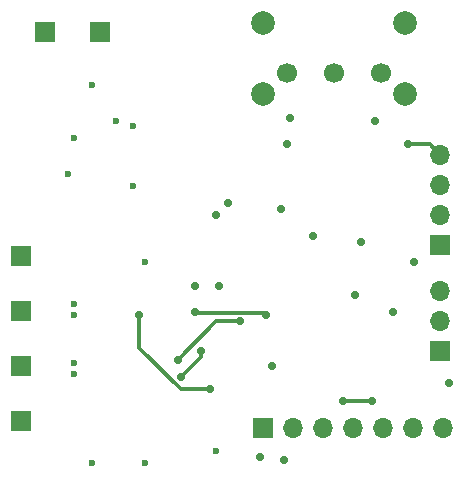
<source format=gbr>
%TF.GenerationSoftware,KiCad,Pcbnew,8.0.5*%
%TF.CreationDate,2025-02-26T14:21:12-03:00*%
%TF.ProjectId,EchoCar_PCB,4563686f-4361-4725-9f50-43422e6b6963,rev?*%
%TF.SameCoordinates,Original*%
%TF.FileFunction,Copper,L4,Bot*%
%TF.FilePolarity,Positive*%
%FSLAX46Y46*%
G04 Gerber Fmt 4.6, Leading zero omitted, Abs format (unit mm)*
G04 Created by KiCad (PCBNEW 8.0.5) date 2025-02-26 14:21:12*
%MOMM*%
%LPD*%
G01*
G04 APERTURE LIST*
%TA.AperFunction,ComponentPad*%
%ADD10R,1.700000X1.700000*%
%TD*%
%TA.AperFunction,ComponentPad*%
%ADD11O,1.700000X1.700000*%
%TD*%
%TA.AperFunction,ComponentPad*%
%ADD12C,2.000000*%
%TD*%
%TA.AperFunction,ComponentPad*%
%ADD13C,1.700000*%
%TD*%
%TA.AperFunction,ViaPad*%
%ADD14C,0.600000*%
%TD*%
%TA.AperFunction,ViaPad*%
%ADD15C,0.700000*%
%TD*%
%TA.AperFunction,Conductor*%
%ADD16C,0.300000*%
%TD*%
G04 APERTURE END LIST*
D10*
%TO.P,J3,1,Pin_1*%
%TO.N,GND*%
X150000000Y-78540000D03*
D11*
%TO.P,J3,2,Pin_2*%
%TO.N,+3.3V*%
X150000000Y-76000000D03*
%TO.P,J3,3,Pin_3*%
%TO.N,UART_RX*%
X150000000Y-73460000D03*
%TD*%
D10*
%TO.P,J2,1,Pin_1*%
%TO.N,GND*%
X135000000Y-85000000D03*
D11*
%TO.P,J2,2,Pin_2*%
%TO.N,+3.3V*%
X137540000Y-85000000D03*
%TO.P,J2,3,Pin_3*%
%TO.N,DISP_SCK*%
X140080000Y-85000000D03*
%TO.P,J2,4,Pin_4*%
%TO.N,DISP_SDA*%
X142620000Y-85000000D03*
%TO.P,J2,5,Pin_5*%
%TO.N,DISP_RES*%
X145160000Y-85000000D03*
%TO.P,J2,6,Pin_6*%
%TO.N,DISP_DC*%
X147700000Y-85000000D03*
%TO.P,J2,7,Pin_7*%
%TO.N,DISP_CS*%
X150240000Y-85000000D03*
%TD*%
D10*
%TO.P,H4,1,1*%
%TO.N,Net-(U3-OUTB2)*%
X114500000Y-70500000D03*
%TD*%
D12*
%TO.P,SW1,*%
%TO.N,*%
X147000000Y-56750000D03*
X147000000Y-50750000D03*
X135000000Y-56750000D03*
X135000000Y-50750000D03*
D13*
%TO.P,SW1,1,A*%
%TO.N,GND*%
X145000000Y-55000000D03*
%TO.P,SW1,2,B*%
%TO.N,Net-(SW1-B)*%
X141000000Y-55000000D03*
%TO.P,SW1,3,C*%
%TO.N,+3.3V*%
X137000000Y-55000000D03*
%TD*%
D10*
%TO.P,H1,1,1*%
%TO.N,Net-(U3-OUTA1)*%
X114500000Y-84450000D03*
%TD*%
%TO.P,H6,1,1*%
%TO.N,GND*%
X121150000Y-51500000D03*
%TD*%
%TO.P,H3,1,1*%
%TO.N,Net-(U3-OUTA2)*%
X114500000Y-75150000D03*
%TD*%
%TO.P,J1,1,Pin_1*%
%TO.N,+3.3V*%
X150000000Y-69540000D03*
D11*
%TO.P,J1,2,Pin_2*%
%TO.N,SWIO*%
X150000000Y-67000000D03*
%TO.P,J1,3,Pin_3*%
%TO.N,SWCLK*%
X150000000Y-64460000D03*
%TO.P,J1,4,Pin_4*%
%TO.N,GND*%
X150000000Y-61920000D03*
%TD*%
D10*
%TO.P,H5,1,1*%
%TO.N,VCC*%
X116500000Y-51500000D03*
%TD*%
%TO.P,H2,1,1*%
%TO.N,Net-(U3-OUTB1)*%
X114500000Y-79800000D03*
%TD*%
D14*
%TO.N,+3.3V*%
X124000000Y-64500000D03*
X118500000Y-63500000D03*
X119000000Y-60500000D03*
%TO.N,GND*%
X131000000Y-87000000D03*
X125000000Y-88000000D03*
X120500000Y-88000000D03*
X120500000Y-56000000D03*
X119000000Y-80500000D03*
X119000000Y-79500000D03*
X119000000Y-75500000D03*
X119000000Y-74500000D03*
X124000000Y-59500000D03*
X122500000Y-59000000D03*
D15*
X131250000Y-73000000D03*
X131000000Y-67000000D03*
X142750000Y-73750000D03*
X139250000Y-68750000D03*
X136500000Y-66500000D03*
D14*
X125000000Y-71000000D03*
D15*
X147250000Y-61000000D03*
X134750000Y-87500000D03*
X135750000Y-79750000D03*
X144500000Y-59000000D03*
X143250000Y-69250000D03*
X150750000Y-81250000D03*
X132000000Y-66000000D03*
X129250000Y-73000000D03*
%TO.N,+3.3V*%
X136750000Y-87750000D03*
X146000000Y-75250000D03*
X137250000Y-58750000D03*
X147750000Y-71000000D03*
X137000000Y-61000000D03*
%TO.N,DISP_DC*%
X144250000Y-82750000D03*
X141750000Y-82750000D03*
%TO.N,MOTOR_IN_4*%
X130500000Y-81750000D03*
X124500000Y-75500000D03*
%TO.N,MOTOR_IN_2*%
X133000000Y-76000000D03*
X127750000Y-79250000D03*
%TO.N,MOTOR_IN_1*%
X129750000Y-78500000D03*
X128000000Y-80750000D03*
%TO.N,MOTOR_IN_3*%
X135250000Y-75500000D03*
X129250000Y-75250000D03*
%TD*%
D16*
%TO.N,GND*%
X149080000Y-61000000D02*
X147250000Y-61000000D01*
X150000000Y-61920000D02*
X149080000Y-61000000D01*
%TO.N,DISP_DC*%
X144250000Y-82750000D02*
X141750000Y-82750000D01*
%TO.N,MOTOR_IN_4*%
X124500000Y-78239950D02*
X124500000Y-75500000D01*
X130500000Y-81750000D02*
X128010050Y-81750000D01*
X128010050Y-81750000D02*
X124500000Y-78239950D01*
%TO.N,MOTOR_IN_2*%
X131000000Y-76000000D02*
X127750000Y-79250000D01*
X133000000Y-76000000D02*
X131000000Y-76000000D01*
%TO.N,MOTOR_IN_1*%
X129750000Y-79000000D02*
X128000000Y-80750000D01*
X129750000Y-78500000D02*
X129750000Y-79000000D01*
%TO.N,MOTOR_IN_3*%
X135050000Y-75300000D02*
X129300000Y-75300000D01*
X135250000Y-75500000D02*
X135050000Y-75300000D01*
X129300000Y-75300000D02*
X129250000Y-75250000D01*
%TD*%
M02*

</source>
